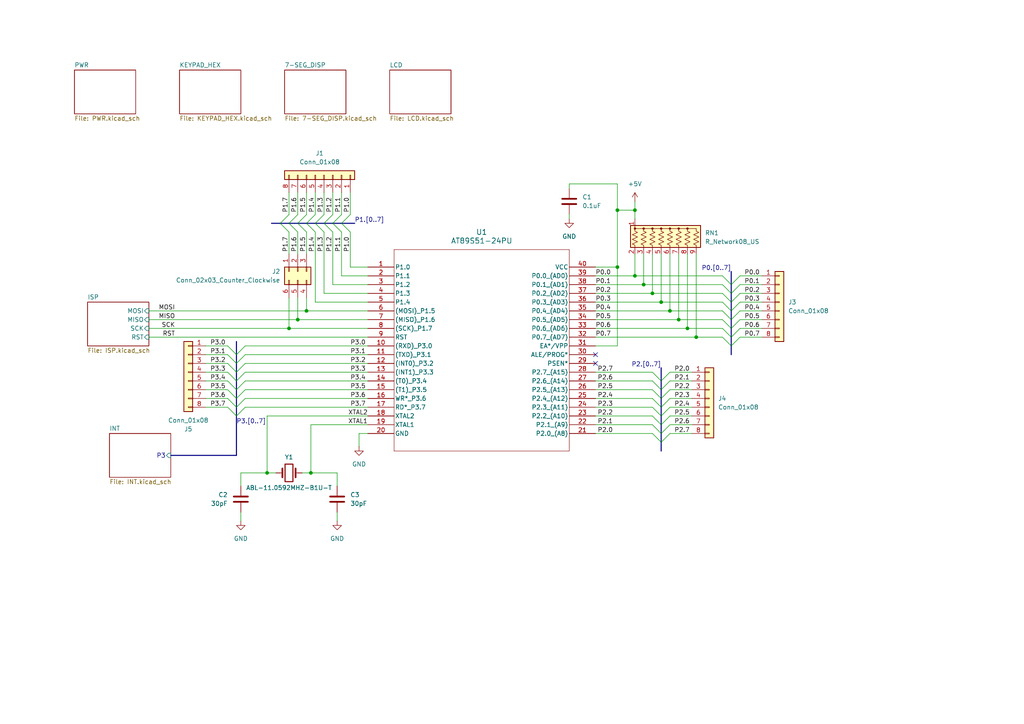
<source format=kicad_sch>
(kicad_sch (version 20250114) (generator "eeschema") (generator_version "9.0")
  (paper "A4")
  (title_block (title "8051 Dev Board") (date "2025-09-20") (company "Momchil Kolev"))
  (lib_symbols
    (symbol "AT89S51_24PU:AT89S51-24PU" (pin_names (offset 0.254))
      (property "Reference" "U" (at 33.02 10.16 0))
      (property "Value" "AT89S51-24PU" (at 33.02 7.62 0))
      (symbol "AT89S51-24PU_0_1"
        (polyline (pts (xy 7.62 5.08) (xy 7.62 -53.34)) (stroke (width 0.127)))
        (polyline (pts (xy 7.62 -53.34) (xy 58.42 -53.34)) (stroke (width 0.127)))
        (polyline (pts (xy 58.42 5.08) (xy 7.62 5.08)) (stroke (width 0.127)))
        (polyline (pts (xy 58.42 -53.34) (xy 58.42 5.08)) (stroke (width 0.127)))
        (pin bidirectional line (at 0 0 0) (length 7.62) (name "P1.0") (number "1"))
        (pin bidirectional line (at 0 -2.54 0) (length 7.62) (name "P1.1") (number "2"))
        (pin bidirectional line (at 0 -5.08 0) (length 7.62) (name "P1.2") (number "3"))
        (pin bidirectional line (at 0 -7.62 0) (length 7.62) (name "P1.3") (number "4"))
        (pin bidirectional line (at 0 -10.16 0) (length 7.62) (name "P1.4") (number "5"))
        (pin bidirectional line (at 0 -12.7 0) (length 7.62) (name "(MOSI)_P1.5") (number "6"))
        (pin bidirectional line (at 0 -15.24 0) (length 7.62) (name "(MISO)_P1.6") (number "7"))
        (pin bidirectional line (at 0 -17.78 0) (length 7.62) (name "(SCK)_P1.7") (number "8"))
        (pin input line (at 0 -20.32 0) (length 7.62) (name "RST") (number "9"))
        (pin bidirectional line (at 0 -22.86 0) (length 7.62) (name "(RXD)_P3.0") (number "10"))
        (pin bidirectional line (at 0 -25.4 0) (length 7.62) (name "(TXD)_P3.1") (number "11"))
        (pin bidirectional line (at 0 -27.94 0) (length 7.62) (name "(INT0)_P3.2") (number "12"))
        (pin bidirectional line (at 0 -30.48 0) (length 7.62) (name "(INT1)_P3.3") (number "13"))
        (pin bidirectional line (at 0 -33.02 0) (length 7.62) (name "(T0)_P3.4") (number "14"))
        (pin bidirectional line (at 0 -35.56 0) (length 7.62) (name "(T1)_P3.5") (number "15"))
        (pin bidirectional line (at 0 -38.1 0) (length 7.62) (name "WR*_P3.6") (number "16"))
        (pin bidirectional line (at 0 -40.64 0) (length 7.62) (name "RD*_P3.7") (number "17"))
        (pin output line (at 0 -43.18 0) (length 7.62) (name "XTAL2") (number "18"))
        (pin input line (at 0 -45.72 0) (length 7.62) (name "XTAL1") (number "19"))
        (pin power_in line (at 0 -48.26 0) (length 7.62) (name "GND") (number "20"))
        (pin power_in line (at 66.04 0 180) (length 7.62) (name "VCC") (number "40"))
        (pin bidirectional line (at 66.04 -2.54 180) (length 7.62) (name "P0.0_(AD0)") (number "39"))
        (pin bidirectional line (at 66.04 -5.08 180) (length 7.62) (name "P0.1_(AD1)") (number "38"))
        (pin bidirectional line (at 66.04 -7.62 180) (length 7.62) (name "P0.2_(AD2)") (number "37"))
        (pin bidirectional line (at 66.04 -10.16 180) (length 7.62) (name "P0.3_(AD3)") (number "36"))
        (pin bidirectional line (at 66.04 -12.7 180) (length 7.62) (name "P0.4_(AD4)") (number "35"))
        (pin bidirectional line (at 66.04 -15.24 180) (length 7.62) (name "P0.5_(AD5)") (number "34"))
        (pin bidirectional line (at 66.04 -17.78 180) (length 7.62) (name "P0.6_(AD6)") (number "33"))
        (pin bidirectional line (at 66.04 -20.32 180) (length 7.62) (name "P0.7_(AD7)") (number "32"))
        (pin power_in line (at 66.04 -22.86 180) (length 7.62) (name "EA*/VPP") (number "31"))
        (pin output line (at 66.04 -25.4 180) (length 7.62) (name "ALE/PROG*") (number "30"))
        (pin output line (at 66.04 -27.94 180) (length 7.62) (name "PSEN*") (number "29"))
        (pin bidirectional line (at 66.04 -30.48 180) (length 7.62) (name "P2.7_(A15)") (number "28"))
        (pin bidirectional line (at 66.04 -33.02 180) (length 7.62) (name "P2.6_(A14)") (number "27"))
        (pin bidirectional line (at 66.04 -35.56 180) (length 7.62) (name "P2.5_(A13)") (number "26"))
        (pin bidirectional line (at 66.04 -38.1 180) (length 7.62) (name "P2.4_(A12)") (number "25"))
        (pin bidirectional line (at 66.04 -40.64 180) (length 7.62) (name "P2.3_(A11)") (number "24"))
        (pin bidirectional line (at 66.04 -43.18 180) (length 7.62) (name "P2.2_(A10)") (number "23"))
        (pin bidirectional line (at 66.04 -45.72 180) (length 7.62) (name "P2.1_(A9)") (number "22"))
        (pin bidirectional line (at 66.04 -48.26 180) (length 7.62) (name "P2.0_(A8)") (number "21"))
      )
    )
    (symbol "Connector_Generic:Conn_01x08" (pin_names (offset 1.016) (hide yes))
      (property "Reference" "J" (at 0 10.16 0))
      (property "Value" "Conn_01x08" (at 0 -12.7 0))
      (symbol "Conn_01x08_1_1"
        (rectangle (start -1.27 8.89) (end 1.27 -11.43) (stroke (width 0.254)) (fill (type background)))
        (rectangle (start -1.27 7.747) (end 0 7.493) (stroke (width 0.1524)))
        (rectangle (start -1.27 5.207) (end 0 4.953) (stroke (width 0.1524)))
        (rectangle (start -1.27 2.667) (end 0 2.413) (stroke (width 0.1524)))
        (rectangle (start -1.27 0.127) (end 0 -0.127) (stroke (width 0.1524)))
        (rectangle (start -1.27 -2.413) (end 0 -2.667) (stroke (width 0.1524)))
        (rectangle (start -1.27 -4.953) (end 0 -5.207) (stroke (width 0.1524)))
        (rectangle (start -1.27 -7.493) (end 0 -7.747) (stroke (width 0.1524)))
        (rectangle (start -1.27 -10.033) (end 0 -10.287) (stroke (width 0.1524)))
        (pin passive line (at -5.08 7.62 0) (length 3.81) (name "Pin_1") (number "1"))
        (pin passive line (at -5.08 5.08 0) (length 3.81) (name "Pin_2") (number "2"))
        (pin passive line (at -5.08 2.54 0) (length 3.81) (name "Pin_3") (number "3"))
        (pin passive line (at -5.08 0 0) (length 3.81) (name "Pin_4") (number "4"))
        (pin passive line (at -5.08 -2.54 0) (length 3.81) (name "Pin_5") (number "5"))
        (pin passive line (at -5.08 -5.08 0) (length 3.81) (name "Pin_6") (number "6"))
        (pin passive line (at -5.08 -7.62 0) (length 3.81) (name "Pin_7") (number "7"))
        (pin passive line (at -5.08 -10.16 0) (length 3.81) (name "Pin_8") (number "8"))
      )
    )
    (symbol "Connector_Generic:Conn_02x03_Counter_Clockwise" (pin_names (offset 1.016) (hide yes))
      (property "Reference" "J" (at 1.27 5.08 0))
      (property "Value" "Conn_02x03_Counter_Clockwise" (at 1.27 -5.08 0))
      (symbol "Conn_02x03_Counter_Clockwise_1_1"
        (rectangle (start -1.27 3.81) (end 3.81 -3.81) (stroke (width 0.254)) (fill (type background)))
        (rectangle (start -1.27 2.667) (end 0 2.413) (stroke (width 0.1524)))
        (rectangle (start -1.27 0.127) (end 0 -0.127) (stroke (width 0.1524)))
        (rectangle (start -1.27 -2.413) (end 0 -2.667) (stroke (width 0.1524)))
        (rectangle (start 3.81 2.667) (end 2.54 2.413) (stroke (width 0.1524)))
        (rectangle (start 3.81 0.127) (end 2.54 -0.127) (stroke (width 0.1524)))
        (rectangle (start 3.81 -2.413) (end 2.54 -2.667) (stroke (width 0.1524)))
        (pin passive line (at -5.08 2.54 0) (length 3.81) (name "Pin_1") (number "1"))
        (pin passive line (at -5.08 0 0) (length 3.81) (name "Pin_2") (number "2"))
        (pin passive line (at -5.08 -2.54 0) (length 3.81) (name "Pin_3") (number "3"))
        (pin passive line (at 7.62 2.54 180) (length 3.81) (name "Pin_6") (number "6"))
        (pin passive line (at 7.62 0 180) (length 3.81) (name "Pin_5") (number "5"))
        (pin passive line (at 7.62 -2.54 180) (length 3.81) (name "Pin_4") (number "4"))
      )
    )
    (symbol "Device:C" (pin_numbers (hide yes)) (pin_names (offset 0.254))
      (property "Reference" "C" (at 0.635 2.54 0))
      (property "Value" "C" (at 0.635 -2.54 0))
      (symbol "C_0_1"
        (polyline (pts (xy -2.032 0.762) (xy 2.032 0.762)) (stroke (width 0.508)))
        (polyline (pts (xy -2.032 -0.762) (xy 2.032 -0.762)) (stroke (width 0.508)))
      )
      (symbol "C_1_1"
        (pin passive line (at 0 3.81 270) (length 2.794) (name "~") (number "1"))
        (pin passive line (at 0 -3.81 90) (length 2.794) (name "~") (number "2"))
      )
    )
    (symbol "Device:Crystal" (pin_numbers (hide yes)) (pin_names (offset 1.016) (hide yes))
      (property "Reference" "Y" (at 0 3.81 0))
      (property "Value" "Crystal" (at 0 -3.81 0))
      (symbol "Crystal_0_1"
        (polyline (pts (xy -2.54 0) (xy -1.905 0)))
        (polyline (pts (xy -1.905 -1.27) (xy -1.905 1.27)) (stroke (width 0.508)))
        (rectangle (start -1.143 2.54) (end 1.143 -2.54) (stroke (width 0.3048)))
        (polyline (pts (xy 1.905 -1.27) (xy 1.905 1.27)) (stroke (width 0.508)))
        (polyline (pts (xy 2.54 0) (xy 1.905 0)))
      )
      (symbol "Crystal_1_1"
        (pin passive line (at -3.81 0 0) (length 1.27) (name "1") (number "1"))
        (pin passive line (at 3.81 0 180) (length 1.27) (name "2") (number "2"))
      )
    )
    (symbol "Device:R_Network08_US" (pin_names (offset 0) (hide yes))
      (property "Reference" "RN" (at -12.7 0 90))
      (property "Value" "R_Network08_US" (at 10.16 0 90))
      (symbol "R_Network08_US_0_1"
        (rectangle (start -11.43 -3.175) (end 8.89 3.175) (stroke (width 0.254)) (fill (type background)))
        (circle (center -10.16 2.286) (radius 0.254) (fill (type outline)))
        (polyline (pts (xy -10.16 2.286) (xy 7.62 2.286)))
        (polyline (pts (xy -10.16 2.286) (xy -10.16 1.524) (xy -9.398 1.1684) (xy -10.922 0.508) (xy -9.398 -0.1524) (xy -10.922 -0.8382) (xy -9.398 -1.524) (xy -10.922 -2.1844) (xy -10.16 -2.54) (xy -10.16 -3.81)))
        (circle (center -7.62 2.286) (radius 0.254) (fill (type outline)))
        (polyline (pts (xy -7.62 2.286) (xy -7.62 1.524) (xy -6.858 1.1684) (xy -8.382 0.508) (xy -6.858 -0.1524) (xy -8.382 -0.8382) (xy -6.858 -1.524) (xy -8.382 -2.1844) (xy -7.62 -2.54) (xy -7.62 -3.81)))
        (circle (center -5.08 2.286) (radius 0.254) (fill (type outline)))
        (polyline (pts (xy -5.08 2.286) (xy -5.08 1.524) (xy -4.318 1.1684) (xy -5.842 0.508) (xy -4.318 -0.1524) (xy -5.842 -0.8382) (xy -4.318 -1.524) (xy -5.842 -2.1844) (xy -5.08 -2.54) (xy -5.08 -3.81)))
        (circle (center -2.54 2.286) (radius 0.254) (fill (type outline)))
        (polyline (pts (xy -2.54 2.286) (xy -2.54 1.524) (xy -1.778 1.1684) (xy -3.302 0.508) (xy -1.778 -0.1524) (xy -3.302 -0.8382) (xy -1.778 -1.524) (xy -3.302 -2.1844) (xy -2.54 -2.54) (xy -2.54 -3.81)))
        (circle (center 0 2.286) (radius 0.254) (fill (type outline)))
        (polyline (pts (xy 0 2.286) (xy 0 1.524) (xy 0.762 1.1684) (xy -0.762 0.508) (xy 0.762 -0.1524) (xy -0.762 -0.8382) (xy 0.762 -1.524) (xy -0.762 -2.1844) (xy 0 -2.54) (xy 0 -3.81)))
        (polyline (pts (xy 2.54 2.286) (xy 2.54 1.524) (xy 3.302 1.1684) (xy 1.778 0.508) (xy 3.302 -0.1524) (xy 1.778 -0.8382) (xy 3.302 -1.524) (xy 1.778 -2.1844) (xy 2.54 -2.54) (xy 2.54 -3.81)))
        (circle (center 2.54 2.286) (radius 0.254) (fill (type outline)))
        (polyline (pts (xy 5.08 2.286) (xy 5.08 1.524) (xy 5.842 1.1684) (xy 4.318 0.508) (xy 5.842 -0.1524) (xy 4.318 -0.8382) (xy 5.842 -1.524) (xy 4.318 -2.1844) (xy 5.08 -2.54) (xy 5.08 -3.81)))
        (circle (center 5.08 2.286) (radius 0.254) (fill (type outline)))
        (polyline (pts (xy 7.62 2.286) (xy 7.62 1.524) (xy 8.382 1.1684) (xy 6.858 0.508) (xy 8.382 -0.1524) (xy 6.858 -0.8382) (xy 8.382 -1.524) (xy 6.858 -2.1844) (xy 7.62 -2.54) (xy 7.62 -3.81)))
      )
      (symbol "R_Network08_US_1_1"
        (pin passive line (at -10.16 5.08 270) (length 2.54) (name "common") (number "1"))
        (pin passive line (at -10.16 -5.08 90) (length 1.27) (name "R1") (number "2"))
        (pin passive line (at -7.62 -5.08 90) (length 1.27) (name "R2") (number "3"))
        (pin passive line (at -5.08 -5.08 90) (length 1.27) (name "R3") (number "4"))
        (pin passive line (at -2.54 -5.08 90) (length 1.27) (name "R4") (number "5"))
        (pin passive line (at 0 -5.08 90) (length 1.27) (name "R5") (number "6"))
        (pin passive line (at 2.54 -5.08 90) (length 1.27) (name "R6") (number "7"))
        (pin passive line (at 5.08 -5.08 90) (length 1.27) (name "R7") (number "8"))
        (pin passive line (at 7.62 -5.08 90) (length 1.27) (name "R8") (number "9"))
      )
    )
    (symbol "power:+5V" (power) (pin_numbers (hide yes)) (pin_names (offset 0) (hide yes))
      (property "Value" "+5V" (at 0 3.556 0))
      (symbol "+5V_0_1"
        (polyline (pts (xy -0.762 1.27) (xy 0 2.54)))
        (polyline (pts (xy 0 2.54) (xy 0.762 1.27)))
        (polyline (pts (xy 0 0) (xy 0 2.54)))
      )
      (symbol "+5V_1_1"
        (pin power_in line (at 0 0 90) (length 0) (name "~") (number "1"))
      )
    )
    (symbol "power:GND" (power) (pin_numbers (hide yes)) (pin_names (offset 0) (hide yes))
      (property "Value" "GND" (at 0 -3.81 0))
      (symbol "GND_0_1"
        (polyline (pts (xy 0 0) (xy 0 -1.27) (xy 1.27 -1.27) (xy 0 -2.54) (xy -1.27 -1.27) (xy 0 -1.27)))
      )
      (symbol "GND_1_1"
        (pin power_in line (at 0 0 270) (length 0) (name "~") (number "1"))
      )
    )
  )
  (junction (at 77.47 137.16))
  (junction (at 196.85 92.71))
  (junction (at 194.31 90.17))
  (junction (at 186.69 82.55))
  (junction (at 201.93 97.79))
  (junction (at 90.17 137.16))
  (junction (at 189.23 85.09))
  (junction (at 199.39 95.25))
  (junction (at 191.77 87.63))
  (junction (at 88.9 90.17))
  (junction (at 179.07 77.47))
  (junction (at 184.15 80.01))
  (junction (at 86.36 92.71))
  (junction (at 83.82 95.25))
  (junction (at 184.15 60.96))
  (junction (at 179.07 60.96))
  (no_connect (at 172.72 105.41))
  (no_connect (at 172.72 102.87))
  (bus_entry (at 68.58 107.95) (size -2.54 -2.54))
  (bus_entry (at 212.09 90.17) (size -2.54 -2.54))
  (bus_entry (at 212.09 97.79) (size 2.54 -2.54))
  (bus_entry (at 212.09 85.09) (size 2.54 -2.54))
  (bus_entry (at 212.09 87.63) (size -2.54 -2.54))
  (bus_entry (at 68.58 113.03) (size 2.54 -2.54))
  (bus_entry (at 191.77 123.19) (size -2.54 -2.54))
  (bus_entry (at 68.58 118.11) (size -2.54 -2.54))
  (bus_entry (at 191.77 120.65) (size -2.54 -2.54))
  (bus_entry (at 191.77 115.57) (size -2.54 -2.54))
  (bus_entry (at 212.09 82.55) (size 2.54 -2.54))
  (bus_entry (at 88.9 64.77) (size 2.54 2.54))
  (bus_entry (at 91.44 64.77) (size 2.54 2.54))
  (bus_entry (at 68.58 105.41) (size -2.54 -2.54))
  (bus_entry (at 86.36 64.77) (size 2.54 2.54))
  (bus_entry (at 191.77 110.49) (size -2.54 -2.54))
  (bus_entry (at 191.77 123.19) (size 2.54 -2.54))
  (bus_entry (at 68.58 102.87) (size 2.54 -2.54))
  (bus_entry (at 212.09 95.25) (size 2.54 -2.54))
  (bus_entry (at 212.09 92.71) (size 2.54 -2.54))
  (bus_entry (at 68.58 110.49) (size -2.54 -2.54))
  (bus_entry (at 83.82 64.77) (size 2.54 -2.54))
  (bus_entry (at 68.58 120.65) (size 2.54 -2.54))
  (bus_entry (at 212.09 100.33) (size -2.54 -2.54))
  (bus_entry (at 91.44 64.77) (size 2.54 -2.54))
  (bus_entry (at 191.77 125.73) (size -2.54 -2.54))
  (bus_entry (at 68.58 118.11) (size 2.54 -2.54))
  (bus_entry (at 68.58 120.65) (size -2.54 -2.54))
  (bus_entry (at 212.09 82.55) (size -2.54 -2.54))
  (bus_entry (at 191.77 118.11) (size -2.54 -2.54))
  (bus_entry (at 96.52 64.77) (size 2.54 -2.54))
  (bus_entry (at 212.09 100.33) (size 2.54 -2.54))
  (bus_entry (at 191.77 113.03) (size 2.54 -2.54))
  (bus_entry (at 191.77 113.03) (size -2.54 -2.54))
  (bus_entry (at 191.77 120.65) (size 2.54 -2.54))
  (bus_entry (at 81.28 64.77) (size 2.54 -2.54))
  (bus_entry (at 68.58 115.57) (size -2.54 -2.54))
  (bus_entry (at 68.58 113.03) (size -2.54 -2.54))
  (bus_entry (at 68.58 110.49) (size 2.54 -2.54))
  (bus_entry (at 191.77 115.57) (size 2.54 -2.54))
  (bus_entry (at 68.58 105.41) (size 2.54 -2.54))
  (bus_entry (at 191.77 110.49) (size 2.54 -2.54))
  (bus_entry (at 191.77 128.27) (size 2.54 -2.54))
  (bus_entry (at 86.36 64.77) (size 2.54 -2.54))
  (bus_entry (at 212.09 97.79) (size -2.54 -2.54))
  (bus_entry (at 96.52 64.77) (size 2.54 2.54))
  (bus_entry (at 88.9 64.77) (size 2.54 -2.54))
  (bus_entry (at 83.82 64.77) (size 2.54 2.54))
  (bus_entry (at 99.06 64.77) (size 2.54 2.54))
  (bus_entry (at 191.77 125.73) (size 2.54 -2.54))
  (bus_entry (at 212.09 92.71) (size -2.54 -2.54))
  (bus_entry (at 191.77 128.27) (size -2.54 -2.54))
  (bus_entry (at 93.98 64.77) (size 2.54 -2.54))
  (bus_entry (at 68.58 102.87) (size -2.54 -2.54))
  (bus_entry (at 212.09 85.09) (size -2.54 -2.54))
  (bus_entry (at 99.06 64.77) (size 2.54 -2.54))
  (bus_entry (at 68.58 115.57) (size 2.54 -2.54))
  (bus_entry (at 212.09 87.63) (size 2.54 -2.54))
  (bus_entry (at 81.28 64.77) (size 2.54 2.54))
  (bus_entry (at 212.09 95.25) (size -2.54 -2.54))
  (bus_entry (at 212.09 90.17) (size 2.54 -2.54))
  (bus_entry (at 68.58 107.95) (size 2.54 -2.54))
  (bus_entry (at 191.77 118.11) (size 2.54 -2.54))
  (bus_entry (at 93.98 64.77) (size 2.54 2.54))
  (wire (pts (xy 201.93 97.79) (xy 209.55 97.79)))
  (wire (pts (xy 172.72 97.79) (xy 201.93 97.79)))
  (wire (pts (xy 172.72 80.01) (xy 184.15 80.01)))
  (wire (pts (xy 83.82 67.31) (xy 83.82 73.66)))
  (wire (pts (xy 99.06 80.01) (xy 106.68 80.01)))
  (bus (pts (xy 191.77 115.57) (xy 191.77 113.03)))
  (bus (pts (xy 91.44 64.77) (xy 88.9 64.77)))
  (wire (pts (xy 96.52 55.88) (xy 96.52 62.23)))
  (wire (pts (xy 69.85 137.16) (xy 69.85 140.97)))
  (bus (pts (xy 68.58 110.49) (xy 68.58 113.03)))
  (wire (pts (xy 172.72 95.25) (xy 199.39 95.25)))
  (wire (pts (xy 172.72 87.63) (xy 191.77 87.63)))
  (wire (pts (xy 71.12 105.41) (xy 106.68 105.41)))
  (wire (pts (xy 59.69 118.11) (xy 66.04 118.11)))
  (wire (pts (xy 214.63 90.17) (xy 220.98 90.17)))
  (wire (pts (xy 189.23 85.09) (xy 209.55 85.09)))
  (wire (pts (xy 106.68 123.19) (xy 90.17 123.19)))
  (wire (pts (xy 214.63 87.63) (xy 220.98 87.63)))
  (bus (pts (xy 212.09 90.17) (xy 212.09 87.63)))
  (wire (pts (xy 97.79 148.59) (xy 97.79 151.13)))
  (wire (pts (xy 194.31 115.57) (xy 200.66 115.57)))
  (bus (pts (xy 68.58 113.03) (xy 68.58 115.57)))
  (wire (pts (xy 194.31 73.66) (xy 194.31 90.17)))
  (bus (pts (xy 68.58 115.57) (xy 68.58 118.11)))
  (wire (pts (xy 59.69 100.33) (xy 66.04 100.33)))
  (wire (pts (xy 196.85 92.71) (xy 209.55 92.71)))
  (wire (pts (xy 71.12 113.03) (xy 106.68 113.03)))
  (bus (pts (xy 86.36 64.77) (xy 83.82 64.77)))
  (wire (pts (xy 77.47 120.65) (xy 77.47 137.16)))
  (wire (pts (xy 179.07 53.34) (xy 179.07 60.96)))
  (wire (pts (xy 186.69 82.55) (xy 209.55 82.55)))
  (bus (pts (xy 68.58 110.49) (xy 68.58 107.95)))
  (wire (pts (xy 191.77 73.66) (xy 191.77 87.63)))
  (bus (pts (xy 212.09 87.63) (xy 212.09 85.09)))
  (wire (pts (xy 91.44 55.88) (xy 91.44 62.23)))
  (wire (pts (xy 101.6 67.31) (xy 101.6 77.47)))
  (wire (pts (xy 96.52 67.31) (xy 96.52 82.55)))
  (wire (pts (xy 172.72 85.09) (xy 189.23 85.09)))
  (wire (pts (xy 83.82 95.25) (xy 106.68 95.25)))
  (wire (pts (xy 165.1 53.34) (xy 165.1 54.61)))
  (bus (pts (xy 191.77 106.68) (xy 191.77 110.49)))
  (bus (pts (xy 93.98 64.77) (xy 96.52 64.77)))
  (wire (pts (xy 184.15 58.42) (xy 184.15 60.96)))
  (wire (pts (xy 43.18 92.71) (xy 86.36 92.71)))
  (bus (pts (xy 99.06 64.77) (xy 96.52 64.77)))
  (wire (pts (xy 71.12 115.57) (xy 106.68 115.57)))
  (wire (pts (xy 194.31 110.49) (xy 200.66 110.49)))
  (bus (pts (xy 68.58 99.06) (xy 68.58 102.87)))
  (wire (pts (xy 199.39 73.66) (xy 199.39 95.25)))
  (wire (pts (xy 172.72 82.55) (xy 186.69 82.55)))
  (bus (pts (xy 212.09 97.79) (xy 212.09 100.33)))
  (wire (pts (xy 86.36 86.36) (xy 86.36 92.71)))
  (wire (pts (xy 172.72 90.17) (xy 194.31 90.17)))
  (wire (pts (xy 59.69 105.41) (xy 66.04 105.41)))
  (wire (pts (xy 194.31 123.19) (xy 200.66 123.19)))
  (wire (pts (xy 86.36 55.88) (xy 86.36 62.23)))
  (bus (pts (xy 212.09 95.25) (xy 212.09 97.79)))
  (wire (pts (xy 59.69 115.57) (xy 66.04 115.57)))
  (bus (pts (xy 102.87 64.77) (xy 99.06 64.77)))
  (bus (pts (xy 191.77 125.73) (xy 191.77 128.27)))
  (wire (pts (xy 83.82 86.36) (xy 83.82 95.25)))
  (bus (pts (xy 212.09 82.55) (xy 212.09 85.09)))
  (wire (pts (xy 214.63 82.55) (xy 220.98 82.55)))
  (wire (pts (xy 194.31 118.11) (xy 200.66 118.11)))
  (wire (pts (xy 189.23 73.66) (xy 189.23 85.09)))
  (wire (pts (xy 80.01 137.16) (xy 77.47 137.16)))
  (wire (pts (xy 172.72 123.19) (xy 189.23 123.19)))
  (wire (pts (xy 196.85 73.66) (xy 196.85 92.71)))
  (wire (pts (xy 87.63 137.16) (xy 90.17 137.16)))
  (wire (pts (xy 71.12 110.49) (xy 106.68 110.49)))
  (wire (pts (xy 179.07 60.96) (xy 184.15 60.96)))
  (wire (pts (xy 43.18 97.79) (xy 106.68 97.79)))
  (wire (pts (xy 214.63 80.01) (xy 220.98 80.01)))
  (bus (pts (xy 191.77 110.49) (xy 191.77 113.03)))
  (wire (pts (xy 104.14 125.73) (xy 106.68 125.73)))
  (bus (pts (xy 212.09 78.74) (xy 212.09 82.55)))
  (bus (pts (xy 191.77 120.65) (xy 191.77 123.19)))
  (wire (pts (xy 88.9 55.88) (xy 88.9 62.23)))
  (wire (pts (xy 104.14 129.54) (xy 104.14 125.73)))
  (wire (pts (xy 106.68 120.65) (xy 77.47 120.65)))
  (wire (pts (xy 101.6 55.88) (xy 101.6 62.23)))
  (bus (pts (xy 68.58 107.95) (xy 68.58 105.41)))
  (wire (pts (xy 69.85 137.16) (xy 77.47 137.16)))
  (wire (pts (xy 172.72 110.49) (xy 189.23 110.49)))
  (wire (pts (xy 93.98 67.31) (xy 93.98 85.09)))
  (wire (pts (xy 83.82 55.88) (xy 83.82 62.23)))
  (wire (pts (xy 165.1 62.23) (xy 165.1 63.5)))
  (wire (pts (xy 194.31 113.03) (xy 200.66 113.03)))
  (wire (pts (xy 184.15 60.96) (xy 184.15 63.5)))
  (wire (pts (xy 97.79 137.16) (xy 97.79 140.97)))
  (wire (pts (xy 71.12 107.95) (xy 106.68 107.95)))
  (wire (pts (xy 214.63 95.25) (xy 220.98 95.25)))
  (wire (pts (xy 90.17 123.19) (xy 90.17 137.16)))
  (wire (pts (xy 99.06 55.88) (xy 99.06 62.23)))
  (wire (pts (xy 86.36 67.31) (xy 86.36 73.66)))
  (wire (pts (xy 199.39 95.25) (xy 209.55 95.25)))
  (wire (pts (xy 194.31 125.73) (xy 200.66 125.73)))
  (wire (pts (xy 90.17 137.16) (xy 97.79 137.16)))
  (wire (pts (xy 99.06 67.31) (xy 99.06 80.01)))
  (wire (pts (xy 172.72 107.95) (xy 189.23 107.95)))
  (wire (pts (xy 194.31 90.17) (xy 209.55 90.17)))
  (wire (pts (xy 214.63 97.79) (xy 220.98 97.79)))
  (bus (pts (xy 191.77 118.11) (xy 191.77 115.57)))
  (wire (pts (xy 172.72 92.71) (xy 196.85 92.71)))
  (wire (pts (xy 179.07 77.47) (xy 179.07 100.33)))
  (wire (pts (xy 71.12 102.87) (xy 106.68 102.87)))
  (bus (pts (xy 49.53 132.08) (xy 68.58 132.08)))
  (wire (pts (xy 179.07 60.96) (xy 179.07 77.47)))
  (wire (pts (xy 194.31 120.65) (xy 200.66 120.65)))
  (wire (pts (xy 69.85 148.59) (xy 69.85 151.13)))
  (wire (pts (xy 91.44 87.63) (xy 106.68 87.63)))
  (wire (pts (xy 186.69 73.66) (xy 186.69 82.55)))
  (wire (pts (xy 59.69 102.87) (xy 66.04 102.87)))
  (bus (pts (xy 68.58 102.87) (xy 68.58 105.41)))
  (wire (pts (xy 71.12 118.11) (xy 106.68 118.11)))
  (wire (pts (xy 43.18 95.25) (xy 83.82 95.25)))
  (bus (pts (xy 88.9 64.77) (xy 86.36 64.77)))
  (wire (pts (xy 101.6 77.47) (xy 106.68 77.47)))
  (wire (pts (xy 172.72 113.03) (xy 189.23 113.03)))
  (wire (pts (xy 172.72 115.57) (xy 189.23 115.57)))
  (wire (pts (xy 43.18 90.17) (xy 88.9 90.17)))
  (bus (pts (xy 68.58 118.11) (xy 68.58 120.65)))
  (bus (pts (xy 191.77 123.19) (xy 191.77 125.73)))
  (wire (pts (xy 88.9 90.17) (xy 106.68 90.17)))
  (wire (pts (xy 172.72 118.11) (xy 189.23 118.11)))
  (wire (pts (xy 96.52 82.55) (xy 106.68 82.55)))
  (bus (pts (xy 212.09 90.17) (xy 212.09 92.71)))
  (wire (pts (xy 214.63 85.09) (xy 220.98 85.09)))
  (wire (pts (xy 172.72 120.65) (xy 189.23 120.65)))
  (bus (pts (xy 212.09 100.33) (xy 212.09 102.87)))
  (wire (pts (xy 184.15 80.01) (xy 209.55 80.01)))
  (bus (pts (xy 68.58 132.08) (xy 68.58 120.65)))
  (wire (pts (xy 194.31 107.95) (xy 200.66 107.95)))
  (wire (pts (xy 93.98 85.09) (xy 106.68 85.09)))
  (wire (pts (xy 179.07 53.34) (xy 165.1 53.34)))
  (bus (pts (xy 212.09 92.71) (xy 212.09 95.25)))
  (bus (pts (xy 81.28 64.77) (xy 78.74 64.77)))
  (wire (pts (xy 59.69 113.03) (xy 66.04 113.03)))
  (bus (pts (xy 83.82 64.77) (xy 81.28 64.77)))
  (wire (pts (xy 172.72 125.73) (xy 189.23 125.73)))
  (wire (pts (xy 59.69 110.49) (xy 66.04 110.49)))
  (wire (pts (xy 88.9 67.31) (xy 88.9 73.66)))
  (wire (pts (xy 59.69 107.95) (xy 66.04 107.95)))
  (wire (pts (xy 214.63 92.71) (xy 220.98 92.71)))
  (wire (pts (xy 88.9 86.36) (xy 88.9 90.17)))
  (bus (pts (xy 191.77 118.11) (xy 191.77 120.65)))
  (bus (pts (xy 191.77 128.27) (xy 191.77 130.81)))
  (wire (pts (xy 71.12 100.33) (xy 106.68 100.33)))
  (wire (pts (xy 191.77 87.63) (xy 209.55 87.63)))
  (wire (pts (xy 93.98 55.88) (xy 93.98 62.23)))
  (wire (pts (xy 184.15 73.66) (xy 184.15 80.01)))
  (wire (pts (xy 91.44 67.31) (xy 91.44 87.63)))
  (wire (pts (xy 172.72 100.33) (xy 179.07 100.33)))
  (wire (pts (xy 201.93 73.66) (xy 201.93 97.79)))
  (wire (pts (xy 86.36 92.71) (xy 106.68 92.71)))
  (bus (pts (xy 91.44 64.77) (xy 93.98 64.77)))
  (wire (pts (xy 172.72 77.47) (xy 179.07 77.47)))
  (label "P3.[0..7]" (at 68.58 123.19 0))
  (label "P0.5" (at 172.72 92.71 0))
  (label "P3.6" (at 60.96 115.57 0))
  (label "P0.[0..7]" (at 212.09 78.74 180))
  (label "P2.3" (at 195.58 115.57 0))
  (label "P3.0" (at 101.6 100.33 0))
  (label "P0.7" (at 172.72 97.79 0))
  (label "P1.5" (at 88.9 68.58 270))
  (label "P2.4" (at 195.58 118.11 0))
  (label "P2.0" (at 195.58 107.95 0))
  (label "P3.3" (at 101.6 107.95 0))
  (label "P2.6" (at 195.58 123.19 0))
  (label "MOSI" (at 50.8 90.17 180))
  (label "P2.7" (at 177.8 107.95 180))
  (label "P3.3" (at 60.96 107.95 0))
  (label "P2.[0..7]" (at 191.77 106.68 180))
  (label "P1.2" (at 96.52 68.58 270))
  (label "P1.5" (at 88.9 57.15 270))
  (label "SCK" (at 50.8 95.25 180))
  (label "P3.7" (at 101.6 118.11 0))
  (label "P3.1" (at 60.96 102.87 0))
  (label "P1.7" (at 83.82 57.15 270))
  (label "P1.4" (at 91.44 57.15 270))
  (label "MISO" (at 50.8 92.71 180))
  (label "P2.2" (at 177.8 120.65 180))
  (label "XTAL1" (at 106.68 123.19 180))
  (label "P2.5" (at 177.8 113.03 180))
  (label "P1.[0..7]" (at 102.87 64.77 0))
  (label "RST" (at 50.8 97.79 180))
  (label "P3.7" (at 60.96 118.11 0))
  (label "P0.0" (at 215.9 80.01 0))
  (label "P1.3" (at 93.98 68.58 270))
  (label "P2.6" (at 177.8 110.49 180))
  (label "P3.5" (at 60.96 113.03 0))
  (label "P3.4" (at 60.96 110.49 0))
  (label "P0.4" (at 215.9 90.17 0))
  (label "P2.1" (at 177.8 123.19 180))
  (label "P0.1" (at 172.72 82.55 0))
  (label "P2.5" (at 195.58 120.65 0))
  (label "P3.2" (at 60.96 105.41 0))
  (label "P0.2" (at 172.72 85.09 0))
  (label "P1.1" (at 99.06 68.58 270))
  (label "P0.3" (at 172.72 87.63 0))
  (label "P1.7" (at 83.82 68.58 270))
  (label "P3.2" (at 101.6 105.41 0))
  (label "P0.6" (at 215.9 95.25 0))
  (label "P3.0" (at 60.96 100.33 0))
  (label "P1.1" (at 99.06 57.15 270))
  (label "P3.5" (at 101.6 113.03 0))
  (label "P2.3" (at 177.8 118.11 180))
  (label "P0.4" (at 172.72 90.17 0))
  (label "XTAL2" (at 106.68 120.65 180))
  (label "P2.7" (at 195.58 125.73 0))
  (label "P2.1" (at 195.58 110.49 0))
  (label "P1.0" (at 101.6 68.58 270))
  (label "P0.2" (at 215.9 85.09 0))
  (label "P2.0" (at 177.8 125.73 180))
  (label "P2.4" (at 177.8 115.57 180))
  (label "P0.5" (at 215.9 92.71 0))
  (label "P0.1" (at 215.9 82.55 0))
  (label "P1.6" (at 86.36 57.15 270))
  (label "P3.1" (at 101.6 102.87 0))
  (label "P3.4" (at 101.6 110.49 0))
  (label "P0.7" (at 215.9 97.79 0))
  (label "P1.6" (at 86.36 68.58 270))
  (label "P1.4" (at 91.44 68.58 270))
  (label "P0.6" (at 172.72 95.25 0))
  (label "P0.0" (at 172.72 80.01 0))
  (label "P1.0" (at 101.6 57.15 270))
  (label "P3.6" (at 101.6 115.57 0))
  (label "P1.2" (at 96.52 57.15 270))
  (label "P1.3" (at 93.98 57.15 270))
  (label "P2.2" (at 195.58 113.03 0))
  (label "P0.3" (at 215.9 87.63 0))
  (symbol (lib_id "Device:R_Network08_US") (at 194.31 68.58 0) (unit 1)
    (property "Reference" "RN1" (at 204.47 67.5639 0) (effects (justify left)))
    (property "Value" "R_Network08_US" (at 204.47 70.1039 0) (effects (justify left)))
    (property "Footprint" "Resistor_THT:R_Array_SIP9" (effects (hide yes)))
    (property "Datasheet" "http://www.vishay.com/docs/31509/csc.pdf" (effects (hide yes)))
    (property "Description" "8 resistor network, star topology, bussed resistors, small US symbol" (effects (hide yes)))
  )
  (symbol (lib_id "Connector_Generic:Conn_01x08") (at 54.61 107.95 0) (mirror y) (unit 1)
    (property "Reference" "J5" (at 54.61 124.46 0))
    (property "Value" "Conn_01x08" (at 54.61 121.92 0))
    (property "Description" "Generic connector, single row, 01x08, script generated (kicad-library-utils/schlib/autogen/connector/)" (effects (hide yes)))
  )
  (symbol (lib_id "power:GND") (at 104.14 129.54 0) (unit 1)
    (property "Reference" "#PWR02" (effects (hide yes)))
    (property "Value" "GND" (at 104.14 134.62 0))
    (property "Description" "Power symbol creates a global label with name \"GND\" , ground" (effects (hide yes)))
  )
  (symbol (lib_id "Connector_Generic:Conn_01x08") (at 93.98 50.8 270) (mirror x) (unit 1)
    (property "Reference" "J1" (at 92.71 44.45 90))
    (property "Value" "Conn_01x08" (at 92.71 46.99 90))
    (property "Description" "Generic connector, single row, 01x08, script generated (kicad-library-utils/schlib/autogen/connector/)" (effects (hide yes)))
  )
  (symbol (lib_id "power:+5V") (at 184.15 58.42 0) (unit 1)
    (property "Reference" "#PWR013" (effects (hide yes)))
    (property "Value" "+5V" (at 184.15 53.34 0))
    (property "Description" "Power symbol creates a global label with name \"+5V\"" (effects (hide yes)))
  )
  (symbol (lib_id "Device:C") (at 97.79 144.78 0) (unit 1)
    (property "Reference" "C3" (at 101.6 143.5099 0) (effects (justify left)))
    (property "Value" "30pF" (at 101.6 146.0499 0) (effects (justify left)))
    (property "Description" "Unpolarized capacitor" (effects (hide yes)))
  )
  (symbol (lib_id "power:GND") (at 69.85 151.13 0) (unit 1)
    (property "Reference" "#PWR04" (effects (hide yes)))
    (property "Value" "GND" (at 69.85 156.21 0))
    (property "Description" "Power symbol creates a global label with name \"GND\" , ground" (effects (hide yes)))
  )
  (symbol (lib_id "Connector_Generic:Conn_01x08") (at 205.74 115.57 0) (unit 1)
    (property "Reference" "J4" (at 208.28 115.5699 0) (effects (justify left)))
    (property "Value" "Conn_01x08" (at 208.28 118.1099 0) (effects (justify left)))
    (property "Description" "Generic connector, single row, 01x08, script generated (kicad-library-utils/schlib/autogen/connector/)" (effects (hide yes)))
  )
  (symbol (lib_id "Device:C") (at 69.85 144.78 0) (mirror y) (unit 1)
    (property "Reference" "C2" (at 66.04 143.5099 0) (effects (justify left)))
    (property "Value" "30pF" (at 66.04 146.0499 0) (effects (justify left)))
    (property "Description" "Unpolarized capacitor" (effects (hide yes)))
  )
  (symbol (lib_id "Connector_Generic:Conn_02x03_Counter_Clockwise") (at 86.36 78.74 90) (mirror x) (unit 1)
    (property "Reference" "J2" (at 81.28 78.7399 90) (effects (justify left)))
    (property "Value" "Conn_02x03_Counter_Clockwise" (at 81.28 81.2799 90) (effects (justify left)))
    (property "Description" "Generic connector, double row, 02x03, counter clockwise pin numbering scheme (similar to DIP package numbering), script generated (kicad-library-utils/schlib/autogen/connector/)" (effects (hide yes)))
  )
  (symbol (lib_id "Device:Crystal") (at 83.82 137.16 0) (unit 1)
    (property "Reference" "Y1" (at 83.82 132.588 0))
    (property "Value" "ABL-11.0592MHZ-B1U-T" (at 83.82 141.478 0))
    (property "Description" "Two pin crystal" (effects (hide yes)))
  )
  (symbol (lib_id "Device:C") (at 165.1 58.42 0) (unit 1)
    (property "Reference" "C1" (at 168.91 57.1499 0) (effects (justify left)))
    (property "Value" "0.1uF" (at 168.91 59.6899 0) (effects (justify left)))
    (property "Description" "Unpolarized capacitor" (effects (hide yes)))
  )
  (symbol (lib_id "power:GND") (at 165.1 63.5 0) (unit 1)
    (property "Reference" "#PWR01" (effects (hide yes)))
    (property "Value" "GND" (at 165.1 68.58 0))
    (property "Description" "Power symbol creates a global label with name \"GND\" , ground" (effects (hide yes)))
  )
  (symbol (lib_id "power:GND") (at 97.79 151.13 0) (unit 1)
    (property "Reference" "#PWR03" (effects (hide yes)))
    (property "Value" "GND" (at 97.79 156.21 0))
    (property "Description" "Power symbol creates a global label with name \"GND\" , ground" (effects (hide yes)))
  )
  (symbol (lib_id "AT89S51_24PU:AT89S51-24PU") (at 106.68 77.47 0) (unit 1)
    (property "Reference" "U1" (at 139.7 67.31 0) (effects (font (size 1.524 1.524))))
    (property "Value" "AT89S51-24PU" (at 139.7 69.85 0) (effects (font (size 1.524 1.524))))
    (property "Footprint" "40P6_ATM" (effects (hide yes)))
    (property "Datasheet" "AT89S51-24PU" (effects (hide yes)))
  )
  (symbol (lib_id "Connector_Generic:Conn_01x08") (at 226.06 87.63 0) (unit 1)
    (property "Reference" "J3" (at 228.6 87.6299 0) (effects (justify left)))
    (property "Value" "Conn_01x08" (at 228.6 90.1699 0) (effects (justify left)))
    (property "Description" "Generic connector, single row, 01x08, script generated (kicad-library-utils/schlib/autogen/connector/)" (effects (hide yes)))
  )
  (sheet (at 21.59 20.32) (size 17.78 12.7) (stroke (width 0.1524))
    (property "Sheetname" "PWR" (at 21.59 19.6084 0) (effects (justify left bottom)))
    (property "Sheetfile" "PWR.kicad_sch" (at 21.59 33.6046 0) (effects (justify left top)))
  )
  (sheet (at 113.03 20.32) (size 17.78 12.7) (stroke (width 0.1524))
    (property "Sheetname" "LCD" (at 113.03 19.6084 0) (effects (justify left bottom)))
    (property "Sheetfile" "LCD.kicad_sch" (at 113.03 33.6046 0) (effects (justify left top)))
  )
  (sheet (at 31.75 125.73) (size 17.78 12.7) (stroke (width 0.1524))
    (property "Sheetname" "INT" (at 31.75 125.0184 0) (effects (justify left bottom)))
    (property "Sheetfile" "INT.kicad_sch" (at 31.75 139.0146 0) (effects (justify left top)))
    (pin "P3" input (at 49.53 132.08 0))
  )
  (sheet (at 52.07 20.32) (size 17.78 12.7) (stroke (width 0.1524))
    (property "Sheetname" "KEYPAD_HEX" (at 52.07 19.6084 0) (effects (justify left bottom)))
    (property "Sheetfile" "KEYPAD_HEX.kicad_sch" (at 52.07 33.6046 0) (effects (justify left top)))
  )
  (sheet (at 25.4 87.63) (size 17.78 12.7) (stroke (width 0.1524))
    (property "Sheetname" "ISP" (at 25.4 86.9184 0) (effects (justify left bottom)))
    (property "Sheetfile" "ISP.kicad_sch" (at 25.4 100.9146 0) (effects (justify left top)))
    (pin "RST" input (at 43.18 97.79 0))
    (pin "MOSI" input (at 43.18 90.17 0))
    (pin "MISO" input (at 43.18 92.71 0))
    (pin "SCK" input (at 43.18 95.25 0))
  )
  (sheet (at 82.55 20.32) (size 17.78 12.7) (stroke (width 0.1524))
    (property "Sheetname" "7-SEG_DISP" (at 82.55 19.6084 0) (effects (justify left bottom)))
    (property "Sheetfile" "7-SEG_DISP.kicad_sch" (at 82.55 33.6046 0) (effects (justify left top)))
  )
)
</source>
